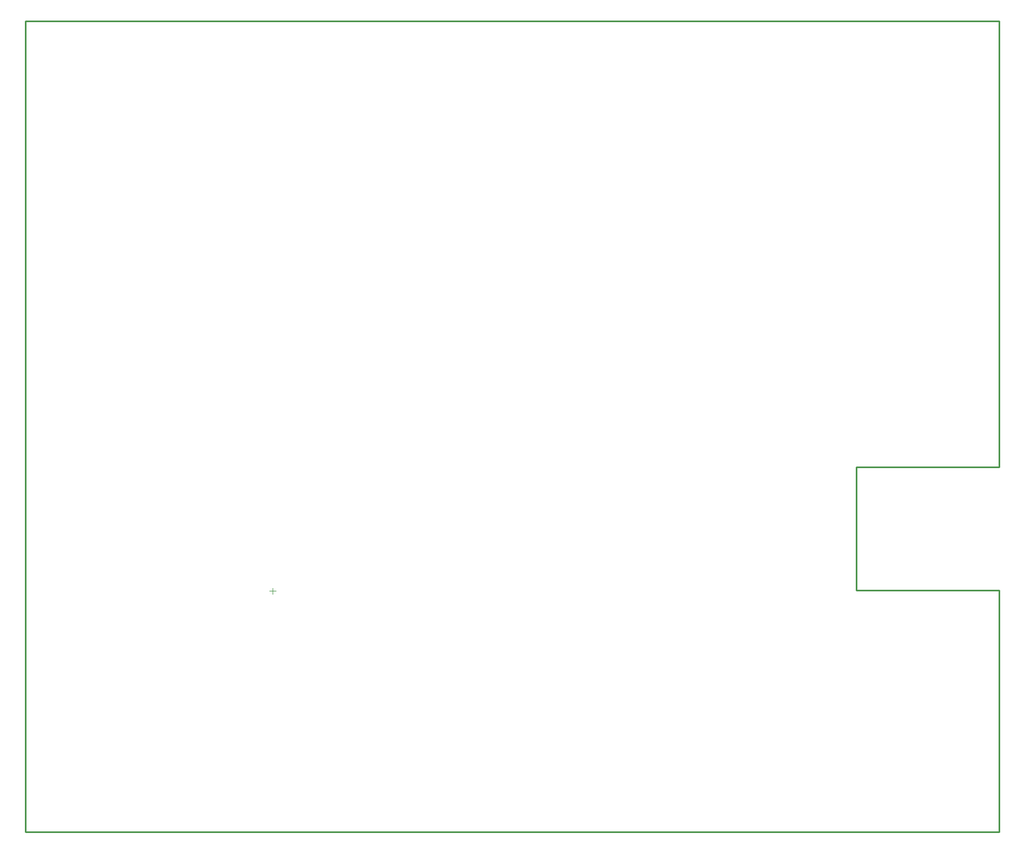
<source format=gbo>
G04*
G04 #@! TF.GenerationSoftware,Altium Limited,Altium Designer,22.9.1 (49)*
G04*
G04 Layer_Color=32896*
%FSLAX25Y25*%
%MOIN*%
G70*
G04*
G04 #@! TF.SameCoordinates,7E3875E1-B977-48E7-8478-1230328923A0*
G04*
G04*
G04 #@! TF.FilePolarity,Positive*
G04*
G01*
G75*
%ADD13C,0.01000*%
%ADD17C,0.00394*%
D13*
X600000D01*
Y149000D01*
X512000D02*
X600000D01*
X512000D02*
Y225000D01*
X600000D01*
Y500000D01*
X0D02*
X600000D01*
X0Y0D02*
Y500000D01*
D17*
X152500Y146531D02*
Y150469D01*
X150531Y148500D02*
X154469D01*
M02*

</source>
